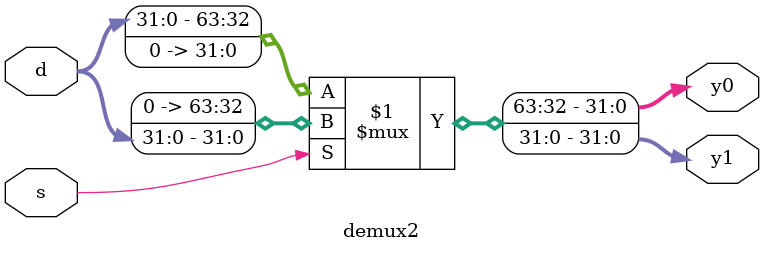
<source format=v>
module demux2 (
	d,
	s,
	y0,
	y1
);

	parameter WIDTH = 32;

	input wire [WIDTH - 1:0] d;
	input wire s;
	
	output wire [WIDTH - 1:0] y0;
	output wire [WIDTH - 1:0] y1;
	
	assign {y0,y1} = s ? {{WIDTH{1'b0}}, d} : {d, {WIDTH{1'b0}}};

endmodule

</source>
